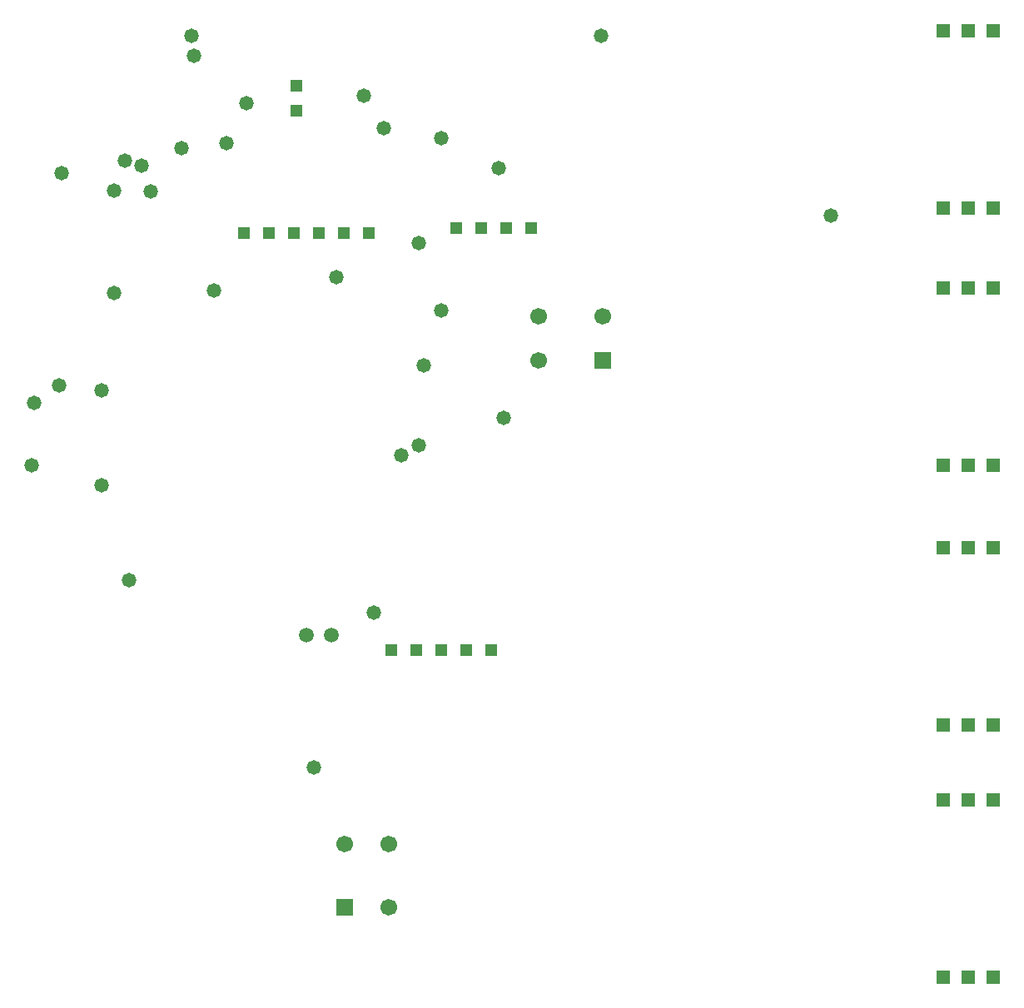
<source format=gbs>
G04 Layer_Color=16711935*
%FSLAX44Y44*%
%MOMM*%
G71*
G01*
G75*
%ADD70R,1.4032X1.4032*%
%ADD71C,1.7012*%
%ADD72R,1.7012X1.7012*%
%ADD73C,1.5112*%
%ADD74R,1.2032X1.2032*%
%ADD75R,1.7012X1.7012*%
%ADD76R,1.2032X1.2032*%
%ADD77C,1.4732*%
D70*
X1691640Y1059520D02*
D03*
X1717040D02*
D03*
X1742440D02*
D03*
X1691640Y1239520D02*
D03*
X1717040D02*
D03*
X1742440D02*
D03*
X1691640Y797900D02*
D03*
X1717040D02*
D03*
X1742440D02*
D03*
X1691640Y977900D02*
D03*
X1717040D02*
D03*
X1742440D02*
D03*
X1691640Y533740D02*
D03*
X1717040D02*
D03*
X1742440D02*
D03*
X1691640Y713740D02*
D03*
X1717040D02*
D03*
X1742440D02*
D03*
X1691640Y277200D02*
D03*
X1717040D02*
D03*
X1742440D02*
D03*
X1691640Y457200D02*
D03*
X1717040D02*
D03*
X1742440D02*
D03*
D71*
X1345160Y949240D02*
D03*
X1280160D02*
D03*
Y904240D02*
D03*
X1127760Y347980D02*
D03*
Y412980D02*
D03*
X1082760D02*
D03*
D72*
X1345160Y904240D02*
D03*
D73*
X1043940Y624840D02*
D03*
X1069340D02*
D03*
D74*
X1130300Y609585D02*
D03*
X1155700Y609600D02*
D03*
X1181100D02*
D03*
X1206500D02*
D03*
X1231900D02*
D03*
X980440Y1033780D02*
D03*
X1005840D02*
D03*
X1031240D02*
D03*
X1056640D02*
D03*
X1082040D02*
D03*
X1107440Y1033795D02*
D03*
X1196340Y1038845D02*
D03*
X1221740Y1038860D02*
D03*
X1247140D02*
D03*
X1272540D02*
D03*
D75*
X1082760Y347980D02*
D03*
D76*
X1033780Y1183640D02*
D03*
X1033795Y1158240D02*
D03*
D77*
X1577340Y1051560D02*
D03*
X764540Y797560D02*
D03*
X835660Y777240D02*
D03*
X927100Y1234440D02*
D03*
X929640Y1214120D02*
D03*
X1343660Y1234440D02*
D03*
X1181100Y1130300D02*
D03*
X835660Y873760D02*
D03*
X767080Y861060D02*
D03*
X795020Y1094740D02*
D03*
X1244600Y845820D02*
D03*
X1158240Y1023620D02*
D03*
X1074374Y988985D02*
D03*
X885624Y1076124D02*
D03*
X848360Y1076960D02*
D03*
X859410Y1107663D02*
D03*
X876300Y1102360D02*
D03*
X1239520Y1099820D02*
D03*
X916940Y1120140D02*
D03*
X982980Y1165860D02*
D03*
X962660Y1125220D02*
D03*
X792480Y878840D02*
D03*
X848360Y972820D02*
D03*
X1163320Y899160D02*
D03*
X1051560Y490220D02*
D03*
X1112520Y647700D02*
D03*
X863600Y680720D02*
D03*
X1158240Y817880D02*
D03*
X1181100Y955040D02*
D03*
X1140460Y807720D02*
D03*
X949960Y975360D02*
D03*
X1122680Y1140460D02*
D03*
X1102360Y1173480D02*
D03*
M02*

</source>
